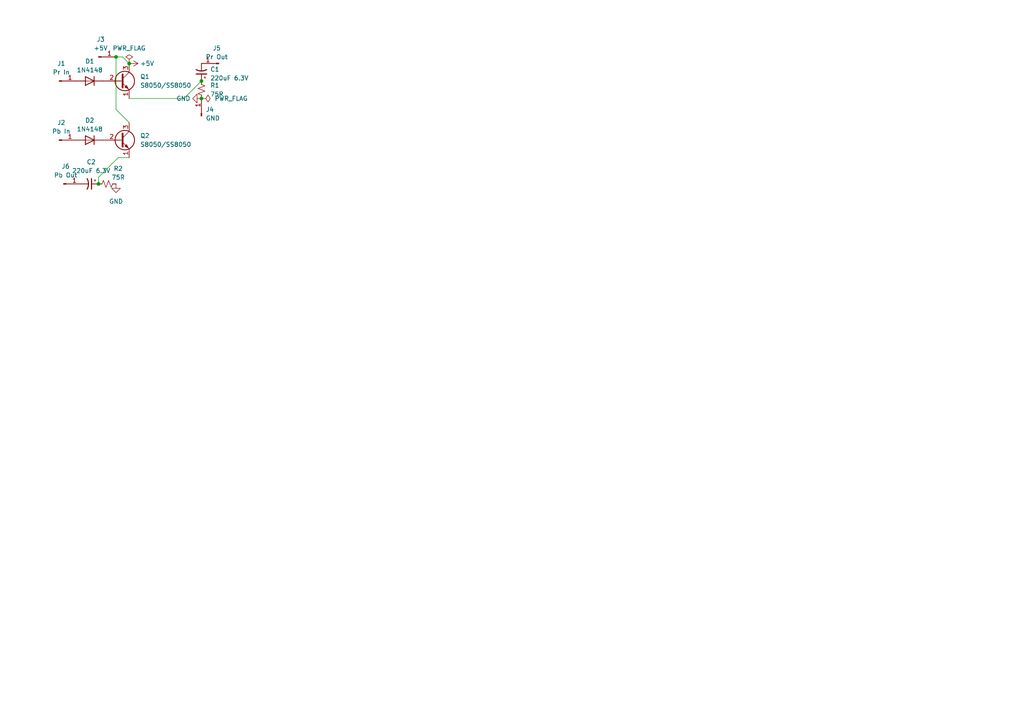
<source format=kicad_sch>
(kicad_sch (version 20230121) (generator eeschema)
  (paper "A4")
  (lib_symbols
    (symbol "Connector:Conn_01x01_Pin" (pin_names (offset 1.016) hide)
      (property "Reference" "J" (at 0 2.54 0))
      (property "Value" "Conn_01x01_Pin" (at 0 -2.54 0))
      (symbol "Conn_01x01_Pin_1_1"
        (polyline (pts (xy 1.27 0) (xy 0.8636 0)) (stroke (width 0.1524)))
        (rectangle (start 0.8636 0.127) (end 0 -0.127) (stroke (width 0.1524)) (fill (type outline)))
        (pin passive line (at 5.08 0 180) (length 3.81) (name "Pin_1") (number "1"))
      )
    )
    (symbol "Device:C_Polarized_Small_US" (pin_numbers hide) (pin_names (offset 0.254) hide)
      (property "Reference" "C" (at 0.254 1.778 0))
      (property "Value" "C_Polarized_Small_US" (at 0.254 -2.032 0))
      (symbol "C_Polarized_Small_US_0_1"
        (polyline (pts (xy -1.524 0.508) (xy 1.524 0.508)) (stroke (width 0.3048)))
        (polyline (pts (xy -1.27 1.524) (xy -0.762 1.524)))
        (polyline (pts (xy -1.016 1.27) (xy -1.016 1.778)))
        (arc (start 1.524 -0.762) (mid 0 -0.3734) (end -1.524 -0.762) (stroke (width 0.3048)))
      )
      (symbol "C_Polarized_Small_US_1_1"
        (pin passive line (at 0 2.54 270) (length 2.032) (name "~") (number "1"))
        (pin passive line (at 0 -2.54 90) (length 2.032) (name "~") (number "2"))
      )
    )
    (symbol "Device:R_Small_US" (pin_numbers hide) (pin_names (offset 0.254) hide)
      (property "Reference" "R" (at 0.762 0.508 0))
      (property "Value" "R_Small_US" (at 0.762 -1.016 0))
      (symbol "R_Small_US_1_1"
        (polyline (pts (xy 0 0) (xy 1.016 -0.381) (xy 0 -0.762) (xy -1.016 -1.143) (xy 0 -1.524)))
        (polyline (pts (xy 0 1.524) (xy 1.016 1.143) (xy 0 0.762) (xy -1.016 0.381) (xy 0 0)))
        (pin passive line (at 0 2.54 270) (length 1.016) (name "~") (number "1"))
        (pin passive line (at 0 -2.54 90) (length 1.016) (name "~") (number "2"))
      )
    )
    (symbol "Diode:1N4148" (pin_numbers hide) (pin_names hide)
      (property "Reference" "D" (at 0 2.54 0))
      (property "Value" "1N4148" (at 0 -2.54 0))
      (symbol "1N4148_0_1"
        (polyline (pts (xy -1.27 1.27) (xy -1.27 -1.27)) (stroke (width 0.254)))
        (polyline (pts (xy 1.27 0) (xy -1.27 0)))
        (polyline (pts (xy 1.27 1.27) (xy 1.27 -1.27) (xy -1.27 0) (xy 1.27 1.27)) (stroke (width 0.254)))
      )
      (symbol "1N4148_1_1"
        (pin passive line (at -3.81 0 0) (length 2.54) (name "K") (number "1"))
        (pin passive line (at 3.81 0 180) (length 2.54) (name "A") (number "2"))
      )
    )
    (symbol "Transistor_BJT:S8050" (pin_names (offset 0) hide)
      (property "Reference" "Q" (at 5.08 1.905 0))
      (property "Value" "S8050" (at 5.08 0 0))
      (symbol "S8050_0_1"
        (polyline (pts (xy 0 0) (xy 0.635 0)))
        (polyline (pts (xy 0.635 0.635) (xy 2.54 2.54)))
        (polyline (pts (xy 0.635 -0.635) (xy 2.54 -2.54) (xy 2.54 -2.54)))
        (polyline (pts (xy 0.635 1.905) (xy 0.635 -1.905) (xy 0.635 -1.905)) (stroke (width 0.508)))
        (polyline (pts (xy 1.27 -1.778) (xy 1.778 -1.27) (xy 2.286 -2.286) (xy 1.27 -1.778) (xy 1.27 -1.778)) (fill (type outline)))
        (circle (center 1.27 0) (radius 2.8194) (stroke (width 0.254)))
      )
      (symbol "S8050_1_1"
        (pin passive line (at 2.54 -5.08 90) (length 2.54) (name "E") (number "1"))
        (pin input line (at -5.08 0 0) (length 5.08) (name "B") (number "2"))
        (pin passive line (at 2.54 5.08 270) (length 2.54) (name "C") (number "3"))
      )
    )
    (symbol "power:+5V" (power) (pin_names (offset 0))
      (property "Value" "+5V" (at 0 3.556 0))
      (symbol "+5V_0_1"
        (polyline (pts (xy -0.762 1.27) (xy 0 2.54)))
        (polyline (pts (xy 0 0) (xy 0 2.54)))
        (polyline (pts (xy 0 2.54) (xy 0.762 1.27)))
      )
      (symbol "+5V_1_1"
        (pin power_in line (at 0 0 90) (length 0) hide (name "+5V") (number "1"))
      )
    )
    (symbol "power:GND" (power) (pin_names (offset 0))
      (property "Value" "GND" (at 0 -3.81 0))
      (symbol "GND_0_1"
        (polyline (pts (xy 0 0) (xy 0 -1.27) (xy 1.27 -1.27) (xy 0 -2.54) (xy -1.27 -1.27) (xy 0 -1.27)))
      )
      (symbol "GND_1_1"
        (pin power_in line (at 0 0 270) (length 0) hide (name "GND") (number "1"))
      )
    )
    (symbol "power:PWR_FLAG" (power) (pin_numbers hide) (pin_names (offset 0) hide)
      (property "Value" "PWR_FLAG" (at 0 3.81 0))
      (symbol "PWR_FLAG_0_0"
        (pin power_out line (at 0 0 90) (length 0) (name "pwr") (number "1"))
      )
      (symbol "PWR_FLAG_0_1"
        (polyline (pts (xy 0 0) (xy 0 1.27) (xy -1.016 1.905) (xy 0 2.54) (xy 1.016 1.905) (xy 0 1.27)))
      )
    )
  )
  (junction (at 33.655 16.51))
  (junction (at 58.42 23.495))
  (junction (at 37.465 18.415))
  (junction (at 58.42 28.575))
  (junction (at 28.575 53.34))
  (wire (pts (xy 37.465 45.72) (xy 34.29 45.72)))
  (wire (pts (xy 28.575 51.435) (xy 28.575 53.34)))
  (wire (pts (xy 33.655 31.75) (xy 37.465 35.56)))
  (wire (pts (xy 53.34 28.575) (xy 58.42 23.495)))
  (wire (pts (xy 35.56 16.51) (xy 37.465 18.415)))
  (wire (pts (xy 37.465 28.575) (xy 53.34 28.575)))
  (wire (pts (xy 33.655 16.51) (xy 33.655 31.75)))
  (wire (pts (xy 33.655 16.51) (xy 35.56 16.51)))
  (wire (pts (xy 34.29 45.72) (xy 28.575 51.435)))
  (symbol (lib_id "power:PWR_FLAG") (at 58.42 28.575 270) (unit 1)
    (property "Reference" "#FLG02" (effects hide))
    (property "Value" "PWR_FLAG" (at 62.23 28.575 90) (effects (justify left)))
  )
  (symbol (lib_id "Connector:Conn_01x01_Pin") (at 58.42 33.655 90) (unit 1)
    (property "Reference" "J4" (at 59.69 31.75 90) (effects (justify right)))
    (property "Value" "GND" (at 59.69 34.29 90) (effects (justify right)))
    (property "Footprint" "Custom:SolderWirePad_1x01_SMD_2x4mm" (effects hide))
  )
  (symbol (lib_id "Device:R_Small_US") (at 58.42 26.035 0) (unit 1)
    (property "Reference" "R1" (at 60.96 24.765 0) (effects (justify left)))
    (property "Value" "75R" (at 60.96 27.305 0) (effects (justify left)))
    (property "Footprint" "Resistor_THT:R_Axial_DIN0207_L6.3mm_D2.5mm_P7.62mm_Horizontal" (effects hide))
  )
  (symbol (lib_id "Connector:Conn_01x01_Pin") (at 18.415 53.34 0) (unit 1)
    (property "Reference" "J6" (at 19.05 48.26 0))
    (property "Value" "Pb Out" (at 19.05 50.8 0))
    (property "Footprint" "Custom:SolderWirePad_1x01_SMD_2x4mm" (effects hide))
  )
  (symbol (lib_id "Connector:Conn_01x01_Pin") (at 17.145 23.495 0) (unit 1)
    (property "Reference" "J1" (at 17.78 18.415 0))
    (property "Value" "Pr In" (at 17.78 20.955 0))
    (property "Footprint" "Custom:SolderWirePad_1x01_SMD_2x4mm" (effects hide))
  )
  (symbol (lib_id "Connector:Conn_01x01_Pin") (at 63.5 18.415 180) (unit 1)
    (property "Reference" "J5" (at 62.865 13.97 0))
    (property "Value" "Pr Out" (at 62.865 16.51 0))
    (property "Footprint" "Custom:SolderWirePad_1x01_SMD_2x4mm" (effects hide))
  )
  (symbol (lib_id "power:GND") (at 58.42 28.575 270) (unit 1)
    (property "Reference" "#PWR02" (effects hide))
    (property "Value" "GND" (at 55.245 28.575 90) (effects (justify right)))
  )
  (symbol (lib_id "Connector:Conn_01x01_Pin") (at 17.145 40.64 0) (unit 1)
    (property "Reference" "J2" (at 17.78 35.56 0))
    (property "Value" "Pb In" (at 17.78 38.1 0))
    (property "Footprint" "Custom:SolderWirePad_1x01_SMD_2x4mm" (effects hide))
  )
  (symbol (lib_id "Diode:1N4148") (at 26.035 40.64 180) (unit 1)
    (property "Reference" "D2" (at 26.035 34.925 0))
    (property "Value" "1N4148" (at 26.035 37.465 0))
    (property "Footprint" "Diode_THT:D_DO-35_SOD27_P7.62mm_Horizontal" (effects hide))
    (property "Datasheet" "https://assets.nexperia.com/documents/data-sheet/1N4148_1N4448.pdf" (effects hide))
    (property "Sim.Device" "D" (effects hide))
    (property "Sim.Pins" "1=K 2=A" (effects hide))
  )
  (symbol (lib_id "power:PWR_FLAG") (at 37.465 18.415 0) (unit 1)
    (property "Reference" "#FLG01" (effects hide))
    (property "Value" "PWR_FLAG" (at 37.465 13.97 0))
  )
  (symbol (lib_id "power:GND") (at 33.655 53.34 0) (unit 1)
    (property "Reference" "#PWR03" (effects hide))
    (property "Value" "GND" (at 33.655 58.42 0))
  )
  (symbol (lib_id "Transistor_BJT:S8050") (at 34.925 23.495 0) (unit 1)
    (property "Reference" "Q1" (at 40.64 22.225 0) (effects (justify left)))
    (property "Value" "S8050/SS8050" (at 40.64 24.765 0) (effects (justify left)))
    (property "Footprint" "Package_TO_SOT_THT:TO-92_Inline_Wide" (effects hide))
    (property "Datasheet" "http://www.unisonic.com.tw/datasheet/S8050.pdf" (effects hide))
  )
  (symbol (lib_id "Transistor_BJT:S8050") (at 34.925 40.64 0) (unit 1)
    (property "Reference" "Q2" (at 40.64 39.37 0) (effects (justify left)))
    (property "Value" "S8050/SS8050" (at 40.64 41.91 0) (effects (justify left)))
    (property "Footprint" "Package_TO_SOT_THT:TO-92_Inline_Wide" (effects hide))
    (property "Datasheet" "http://www.unisonic.com.tw/datasheet/S8050.pdf" (effects hide))
  )
  (symbol (lib_id "Device:C_Polarized_Small_US") (at 58.42 20.955 180) (unit 1)
    (property "Reference" "C1" (at 60.96 20.1168 0) (effects (justify right)))
    (property "Value" "220uF 6.3V" (at 60.96 22.6568 0) (effects (justify right)))
    (property "Footprint" "Capacitor_THT:CP_Radial_D6.3mm_P2.50mm" (effects hide))
  )
  (symbol (lib_id "power:+5V") (at 37.465 18.415 270) (unit 1)
    (property "Reference" "#PWR01" (effects hide))
    (property "Value" "+5V" (at 40.64 18.415 90) (effects (justify left)))
  )
  (symbol (lib_id "Connector:Conn_01x01_Pin") (at 28.575 16.51 0) (unit 1)
    (property "Reference" "J3" (at 29.21 11.43 0))
    (property "Value" "+5V" (at 29.21 13.97 0))
    (property "Footprint" "Custom:SolderWirePad_1x01_SMD_2x4mm" (effects hide))
  )
  (symbol (lib_id "Device:C_Polarized_Small_US") (at 26.035 53.34 270) (unit 1)
    (property "Reference" "C2" (at 26.4668 46.99 90))
    (property "Value" "220uF 6.3V" (at 26.4668 49.53 90))
    (property "Footprint" "Capacitor_THT:CP_Radial_D6.3mm_P2.50mm" (effects hide))
  )
  (symbol (lib_id "Device:R_Small_US") (at 31.115 53.34 90) (unit 1)
    (property "Reference" "R2" (at 34.29 48.895 90))
    (property "Value" "75R" (at 34.29 51.435 90))
    (property "Footprint" "Resistor_THT:R_Axial_DIN0207_L6.3mm_D2.5mm_P7.62mm_Horizontal" (effects hide))
  )
  (symbol (lib_id "Diode:1N4148") (at 26.035 23.495 180) (unit 1)
    (property "Reference" "D1" (at 26.035 17.78 0))
    (property "Value" "1N4148" (at 26.035 20.32 0))
    (property "Footprint" "Diode_THT:D_DO-35_SOD27_P7.62mm_Horizontal" (effects hide))
    (property "Datasheet" "https://assets.nexperia.com/documents/data-sheet/1N4148_1N4448.pdf" (effects hide))
    (property "Sim.Device" "D" (effects hide))
    (property "Sim.Pins" "1=K 2=A" (effects hide))
  )
)
</source>
